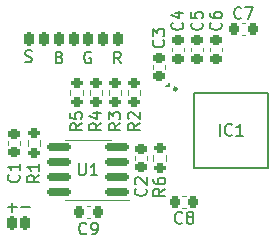
<source format=gto>
%TF.GenerationSoftware,KiCad,Pcbnew,7.0.5*%
%TF.CreationDate,2023-07-18T06:36:39-05:00*%
%TF.ProjectId,pu-23_VDAC_reloc,70752d32-335f-4564-9441-435f72656c6f,rev?*%
%TF.SameCoordinates,Original*%
%TF.FileFunction,Legend,Top*%
%TF.FilePolarity,Positive*%
%FSLAX46Y46*%
G04 Gerber Fmt 4.6, Leading zero omitted, Abs format (unit mm)*
G04 Created by KiCad (PCBNEW 7.0.5) date 2023-07-18 06:36:39*
%MOMM*%
%LPD*%
G01*
G04 APERTURE LIST*
G04 Aperture macros list*
%AMRoundRect*
0 Rectangle with rounded corners*
0 $1 Rounding radius*
0 $2 $3 $4 $5 $6 $7 $8 $9 X,Y pos of 4 corners*
0 Add a 4 corners polygon primitive as box body*
4,1,4,$2,$3,$4,$5,$6,$7,$8,$9,$2,$3,0*
0 Add four circle primitives for the rounded corners*
1,1,$1+$1,$2,$3*
1,1,$1+$1,$4,$5*
1,1,$1+$1,$6,$7*
1,1,$1+$1,$8,$9*
0 Add four rect primitives between the rounded corners*
20,1,$1+$1,$2,$3,$4,$5,0*
20,1,$1+$1,$4,$5,$6,$7,0*
20,1,$1+$1,$6,$7,$8,$9,0*
20,1,$1+$1,$8,$9,$2,$3,0*%
G04 Aperture macros list end*
%ADD10C,0.150000*%
%ADD11C,0.160000*%
%ADD12C,0.120000*%
%ADD13C,0.200000*%
%ADD14C,0.250000*%
%ADD15RoundRect,0.225000X0.225000X0.250000X-0.225000X0.250000X-0.225000X-0.250000X0.225000X-0.250000X0*%
%ADD16RoundRect,0.200000X-0.200000X-0.400000X0.200000X-0.400000X0.200000X0.400000X-0.200000X0.400000X0*%
%ADD17RoundRect,0.200000X0.275000X-0.200000X0.275000X0.200000X-0.275000X0.200000X-0.275000X-0.200000X0*%
%ADD18RoundRect,0.225000X-0.250000X0.225000X-0.250000X-0.225000X0.250000X-0.225000X0.250000X0.225000X0*%
%ADD19RoundRect,0.200000X-0.275000X0.200000X-0.275000X-0.200000X0.275000X-0.200000X0.275000X0.200000X0*%
%ADD20RoundRect,0.200000X-0.400000X-0.200000X0.400000X-0.200000X0.400000X0.200000X-0.400000X0.200000X0*%
%ADD21R,1.475000X0.300000*%
%ADD22R,0.300000X1.475000*%
%ADD23RoundRect,0.225000X0.250000X-0.225000X0.250000X0.225000X-0.250000X0.225000X-0.250000X-0.225000X0*%
%ADD24RoundRect,0.150000X0.825000X0.150000X-0.825000X0.150000X-0.825000X-0.150000X0.825000X-0.150000X0*%
%ADD25RoundRect,0.225000X-0.225000X-0.250000X0.225000X-0.250000X0.225000X0.250000X-0.225000X0.250000X0*%
G04 APERTURE END LIST*
D10*
X120850000Y-70300000D02*
X120850000Y-70560000D01*
X120650000Y-70550000D02*
X120850000Y-70550000D01*
D11*
X126993333Y-64799060D02*
X126945714Y-64846680D01*
X126945714Y-64846680D02*
X126802857Y-64894299D01*
X126802857Y-64894299D02*
X126707619Y-64894299D01*
X126707619Y-64894299D02*
X126564762Y-64846680D01*
X126564762Y-64846680D02*
X126469524Y-64751441D01*
X126469524Y-64751441D02*
X126421905Y-64656203D01*
X126421905Y-64656203D02*
X126374286Y-64465727D01*
X126374286Y-64465727D02*
X126374286Y-64322870D01*
X126374286Y-64322870D02*
X126421905Y-64132394D01*
X126421905Y-64132394D02*
X126469524Y-64037156D01*
X126469524Y-64037156D02*
X126564762Y-63941918D01*
X126564762Y-63941918D02*
X126707619Y-63894299D01*
X126707619Y-63894299D02*
X126802857Y-63894299D01*
X126802857Y-63894299D02*
X126945714Y-63941918D01*
X126945714Y-63941918D02*
X126993333Y-63989537D01*
X127326667Y-63894299D02*
X127993333Y-63894299D01*
X127993333Y-63894299D02*
X127564762Y-64894299D01*
X114246641Y-67716918D02*
X114151403Y-67669299D01*
X114151403Y-67669299D02*
X114008546Y-67669299D01*
X114008546Y-67669299D02*
X113865689Y-67716918D01*
X113865689Y-67716918D02*
X113770451Y-67812156D01*
X113770451Y-67812156D02*
X113722832Y-67907394D01*
X113722832Y-67907394D02*
X113675213Y-68097870D01*
X113675213Y-68097870D02*
X113675213Y-68240727D01*
X113675213Y-68240727D02*
X113722832Y-68431203D01*
X113722832Y-68431203D02*
X113770451Y-68526441D01*
X113770451Y-68526441D02*
X113865689Y-68621680D01*
X113865689Y-68621680D02*
X114008546Y-68669299D01*
X114008546Y-68669299D02*
X114103784Y-68669299D01*
X114103784Y-68669299D02*
X114246641Y-68621680D01*
X114246641Y-68621680D02*
X114294260Y-68574060D01*
X114294260Y-68574060D02*
X114294260Y-68240727D01*
X114294260Y-68240727D02*
X114103784Y-68240727D01*
X116794260Y-68669299D02*
X116460927Y-68193108D01*
X116222832Y-68669299D02*
X116222832Y-67669299D01*
X116222832Y-67669299D02*
X116603784Y-67669299D01*
X116603784Y-67669299D02*
X116699022Y-67716918D01*
X116699022Y-67716918D02*
X116746641Y-67764537D01*
X116746641Y-67764537D02*
X116794260Y-67859775D01*
X116794260Y-67859775D02*
X116794260Y-68002632D01*
X116794260Y-68002632D02*
X116746641Y-68097870D01*
X116746641Y-68097870D02*
X116699022Y-68145489D01*
X116699022Y-68145489D02*
X116603784Y-68193108D01*
X116603784Y-68193108D02*
X116222832Y-68193108D01*
X108692832Y-68521680D02*
X108835689Y-68569299D01*
X108835689Y-68569299D02*
X109073784Y-68569299D01*
X109073784Y-68569299D02*
X109169022Y-68521680D01*
X109169022Y-68521680D02*
X109216641Y-68474060D01*
X109216641Y-68474060D02*
X109264260Y-68378822D01*
X109264260Y-68378822D02*
X109264260Y-68283584D01*
X109264260Y-68283584D02*
X109216641Y-68188346D01*
X109216641Y-68188346D02*
X109169022Y-68140727D01*
X109169022Y-68140727D02*
X109073784Y-68093108D01*
X109073784Y-68093108D02*
X108883308Y-68045489D01*
X108883308Y-68045489D02*
X108788070Y-67997870D01*
X108788070Y-67997870D02*
X108740451Y-67950251D01*
X108740451Y-67950251D02*
X108692832Y-67855013D01*
X108692832Y-67855013D02*
X108692832Y-67759775D01*
X108692832Y-67759775D02*
X108740451Y-67664537D01*
X108740451Y-67664537D02*
X108788070Y-67616918D01*
X108788070Y-67616918D02*
X108883308Y-67569299D01*
X108883308Y-67569299D02*
X109121403Y-67569299D01*
X109121403Y-67569299D02*
X109264260Y-67616918D01*
X111606165Y-68145489D02*
X111749022Y-68193108D01*
X111749022Y-68193108D02*
X111796641Y-68240727D01*
X111796641Y-68240727D02*
X111844260Y-68335965D01*
X111844260Y-68335965D02*
X111844260Y-68478822D01*
X111844260Y-68478822D02*
X111796641Y-68574060D01*
X111796641Y-68574060D02*
X111749022Y-68621680D01*
X111749022Y-68621680D02*
X111653784Y-68669299D01*
X111653784Y-68669299D02*
X111272832Y-68669299D01*
X111272832Y-68669299D02*
X111272832Y-67669299D01*
X111272832Y-67669299D02*
X111606165Y-67669299D01*
X111606165Y-67669299D02*
X111701403Y-67716918D01*
X111701403Y-67716918D02*
X111749022Y-67764537D01*
X111749022Y-67764537D02*
X111796641Y-67859775D01*
X111796641Y-67859775D02*
X111796641Y-67955013D01*
X111796641Y-67955013D02*
X111749022Y-68050251D01*
X111749022Y-68050251D02*
X111701403Y-68097870D01*
X111701403Y-68097870D02*
X111606165Y-68145489D01*
X111606165Y-68145489D02*
X111272832Y-68145489D01*
X108293358Y-80868346D02*
X109055263Y-80868346D01*
X107193358Y-80868346D02*
X107955263Y-80868346D01*
X107574310Y-81249299D02*
X107574310Y-80487394D01*
X120534299Y-79296666D02*
X120058108Y-79629999D01*
X120534299Y-79868094D02*
X119534299Y-79868094D01*
X119534299Y-79868094D02*
X119534299Y-79487142D01*
X119534299Y-79487142D02*
X119581918Y-79391904D01*
X119581918Y-79391904D02*
X119629537Y-79344285D01*
X119629537Y-79344285D02*
X119724775Y-79296666D01*
X119724775Y-79296666D02*
X119867632Y-79296666D01*
X119867632Y-79296666D02*
X119962870Y-79344285D01*
X119962870Y-79344285D02*
X120010489Y-79391904D01*
X120010489Y-79391904D02*
X120058108Y-79487142D01*
X120058108Y-79487142D02*
X120058108Y-79868094D01*
X119534299Y-78439523D02*
X119534299Y-78629999D01*
X119534299Y-78629999D02*
X119581918Y-78725237D01*
X119581918Y-78725237D02*
X119629537Y-78772856D01*
X119629537Y-78772856D02*
X119772394Y-78868094D01*
X119772394Y-78868094D02*
X119962870Y-78915713D01*
X119962870Y-78915713D02*
X120343822Y-78915713D01*
X120343822Y-78915713D02*
X120439060Y-78868094D01*
X120439060Y-78868094D02*
X120486680Y-78820475D01*
X120486680Y-78820475D02*
X120534299Y-78725237D01*
X120534299Y-78725237D02*
X120534299Y-78534761D01*
X120534299Y-78534761D02*
X120486680Y-78439523D01*
X120486680Y-78439523D02*
X120439060Y-78391904D01*
X120439060Y-78391904D02*
X120343822Y-78344285D01*
X120343822Y-78344285D02*
X120105727Y-78344285D01*
X120105727Y-78344285D02*
X120010489Y-78391904D01*
X120010489Y-78391904D02*
X119962870Y-78439523D01*
X119962870Y-78439523D02*
X119915251Y-78534761D01*
X119915251Y-78534761D02*
X119915251Y-78725237D01*
X119915251Y-78725237D02*
X119962870Y-78820475D01*
X119962870Y-78820475D02*
X120010489Y-78868094D01*
X120010489Y-78868094D02*
X120105727Y-78915713D01*
X113878333Y-83049060D02*
X113830714Y-83096680D01*
X113830714Y-83096680D02*
X113687857Y-83144299D01*
X113687857Y-83144299D02*
X113592619Y-83144299D01*
X113592619Y-83144299D02*
X113449762Y-83096680D01*
X113449762Y-83096680D02*
X113354524Y-83001441D01*
X113354524Y-83001441D02*
X113306905Y-82906203D01*
X113306905Y-82906203D02*
X113259286Y-82715727D01*
X113259286Y-82715727D02*
X113259286Y-82572870D01*
X113259286Y-82572870D02*
X113306905Y-82382394D01*
X113306905Y-82382394D02*
X113354524Y-82287156D01*
X113354524Y-82287156D02*
X113449762Y-82191918D01*
X113449762Y-82191918D02*
X113592619Y-82144299D01*
X113592619Y-82144299D02*
X113687857Y-82144299D01*
X113687857Y-82144299D02*
X113830714Y-82191918D01*
X113830714Y-82191918D02*
X113878333Y-82239537D01*
X114354524Y-83144299D02*
X114545000Y-83144299D01*
X114545000Y-83144299D02*
X114640238Y-83096680D01*
X114640238Y-83096680D02*
X114687857Y-83049060D01*
X114687857Y-83049060D02*
X114783095Y-82906203D01*
X114783095Y-82906203D02*
X114830714Y-82715727D01*
X114830714Y-82715727D02*
X114830714Y-82334775D01*
X114830714Y-82334775D02*
X114783095Y-82239537D01*
X114783095Y-82239537D02*
X114735476Y-82191918D01*
X114735476Y-82191918D02*
X114640238Y-82144299D01*
X114640238Y-82144299D02*
X114449762Y-82144299D01*
X114449762Y-82144299D02*
X114354524Y-82191918D01*
X114354524Y-82191918D02*
X114306905Y-82239537D01*
X114306905Y-82239537D02*
X114259286Y-82334775D01*
X114259286Y-82334775D02*
X114259286Y-82572870D01*
X114259286Y-82572870D02*
X114306905Y-82668108D01*
X114306905Y-82668108D02*
X114354524Y-82715727D01*
X114354524Y-82715727D02*
X114449762Y-82763346D01*
X114449762Y-82763346D02*
X114640238Y-82763346D01*
X114640238Y-82763346D02*
X114735476Y-82715727D01*
X114735476Y-82715727D02*
X114783095Y-82668108D01*
X114783095Y-82668108D02*
X114830714Y-82572870D01*
X123629060Y-65231666D02*
X123676680Y-65279285D01*
X123676680Y-65279285D02*
X123724299Y-65422142D01*
X123724299Y-65422142D02*
X123724299Y-65517380D01*
X123724299Y-65517380D02*
X123676680Y-65660237D01*
X123676680Y-65660237D02*
X123581441Y-65755475D01*
X123581441Y-65755475D02*
X123486203Y-65803094D01*
X123486203Y-65803094D02*
X123295727Y-65850713D01*
X123295727Y-65850713D02*
X123152870Y-65850713D01*
X123152870Y-65850713D02*
X122962394Y-65803094D01*
X122962394Y-65803094D02*
X122867156Y-65755475D01*
X122867156Y-65755475D02*
X122771918Y-65660237D01*
X122771918Y-65660237D02*
X122724299Y-65517380D01*
X122724299Y-65517380D02*
X122724299Y-65422142D01*
X122724299Y-65422142D02*
X122771918Y-65279285D01*
X122771918Y-65279285D02*
X122819537Y-65231666D01*
X122724299Y-64326904D02*
X122724299Y-64803094D01*
X122724299Y-64803094D02*
X123200489Y-64850713D01*
X123200489Y-64850713D02*
X123152870Y-64803094D01*
X123152870Y-64803094D02*
X123105251Y-64707856D01*
X123105251Y-64707856D02*
X123105251Y-64469761D01*
X123105251Y-64469761D02*
X123152870Y-64374523D01*
X123152870Y-64374523D02*
X123200489Y-64326904D01*
X123200489Y-64326904D02*
X123295727Y-64279285D01*
X123295727Y-64279285D02*
X123533822Y-64279285D01*
X123533822Y-64279285D02*
X123629060Y-64326904D01*
X123629060Y-64326904D02*
X123676680Y-64374523D01*
X123676680Y-64374523D02*
X123724299Y-64469761D01*
X123724299Y-64469761D02*
X123724299Y-64707856D01*
X123724299Y-64707856D02*
X123676680Y-64803094D01*
X123676680Y-64803094D02*
X123629060Y-64850713D01*
X118374299Y-73739999D02*
X117898108Y-74073332D01*
X118374299Y-74311427D02*
X117374299Y-74311427D01*
X117374299Y-74311427D02*
X117374299Y-73930475D01*
X117374299Y-73930475D02*
X117421918Y-73835237D01*
X117421918Y-73835237D02*
X117469537Y-73787618D01*
X117469537Y-73787618D02*
X117564775Y-73739999D01*
X117564775Y-73739999D02*
X117707632Y-73739999D01*
X117707632Y-73739999D02*
X117802870Y-73787618D01*
X117802870Y-73787618D02*
X117850489Y-73835237D01*
X117850489Y-73835237D02*
X117898108Y-73930475D01*
X117898108Y-73930475D02*
X117898108Y-74311427D01*
X117469537Y-73359046D02*
X117421918Y-73311427D01*
X117421918Y-73311427D02*
X117374299Y-73216189D01*
X117374299Y-73216189D02*
X117374299Y-72978094D01*
X117374299Y-72978094D02*
X117421918Y-72882856D01*
X117421918Y-72882856D02*
X117469537Y-72835237D01*
X117469537Y-72835237D02*
X117564775Y-72787618D01*
X117564775Y-72787618D02*
X117660013Y-72787618D01*
X117660013Y-72787618D02*
X117802870Y-72835237D01*
X117802870Y-72835237D02*
X118374299Y-73406665D01*
X118374299Y-73406665D02*
X118374299Y-72787618D01*
X125143810Y-74794299D02*
X125143810Y-73794299D01*
X126191428Y-74699060D02*
X126143809Y-74746680D01*
X126143809Y-74746680D02*
X126000952Y-74794299D01*
X126000952Y-74794299D02*
X125905714Y-74794299D01*
X125905714Y-74794299D02*
X125762857Y-74746680D01*
X125762857Y-74746680D02*
X125667619Y-74651441D01*
X125667619Y-74651441D02*
X125620000Y-74556203D01*
X125620000Y-74556203D02*
X125572381Y-74365727D01*
X125572381Y-74365727D02*
X125572381Y-74222870D01*
X125572381Y-74222870D02*
X125620000Y-74032394D01*
X125620000Y-74032394D02*
X125667619Y-73937156D01*
X125667619Y-73937156D02*
X125762857Y-73841918D01*
X125762857Y-73841918D02*
X125905714Y-73794299D01*
X125905714Y-73794299D02*
X126000952Y-73794299D01*
X126000952Y-73794299D02*
X126143809Y-73841918D01*
X126143809Y-73841918D02*
X126191428Y-73889537D01*
X127143809Y-74794299D02*
X126572381Y-74794299D01*
X126858095Y-74794299D02*
X126858095Y-73794299D01*
X126858095Y-73794299D02*
X126762857Y-73937156D01*
X126762857Y-73937156D02*
X126667619Y-74032394D01*
X126667619Y-74032394D02*
X126572381Y-74080013D01*
X115124299Y-73731666D02*
X114648108Y-74064999D01*
X115124299Y-74303094D02*
X114124299Y-74303094D01*
X114124299Y-74303094D02*
X114124299Y-73922142D01*
X114124299Y-73922142D02*
X114171918Y-73826904D01*
X114171918Y-73826904D02*
X114219537Y-73779285D01*
X114219537Y-73779285D02*
X114314775Y-73731666D01*
X114314775Y-73731666D02*
X114457632Y-73731666D01*
X114457632Y-73731666D02*
X114552870Y-73779285D01*
X114552870Y-73779285D02*
X114600489Y-73826904D01*
X114600489Y-73826904D02*
X114648108Y-73922142D01*
X114648108Y-73922142D02*
X114648108Y-74303094D01*
X114457632Y-72874523D02*
X115124299Y-72874523D01*
X114076680Y-73112618D02*
X114790965Y-73350713D01*
X114790965Y-73350713D02*
X114790965Y-72731666D01*
X118879060Y-79281666D02*
X118926680Y-79329285D01*
X118926680Y-79329285D02*
X118974299Y-79472142D01*
X118974299Y-79472142D02*
X118974299Y-79567380D01*
X118974299Y-79567380D02*
X118926680Y-79710237D01*
X118926680Y-79710237D02*
X118831441Y-79805475D01*
X118831441Y-79805475D02*
X118736203Y-79853094D01*
X118736203Y-79853094D02*
X118545727Y-79900713D01*
X118545727Y-79900713D02*
X118402870Y-79900713D01*
X118402870Y-79900713D02*
X118212394Y-79853094D01*
X118212394Y-79853094D02*
X118117156Y-79805475D01*
X118117156Y-79805475D02*
X118021918Y-79710237D01*
X118021918Y-79710237D02*
X117974299Y-79567380D01*
X117974299Y-79567380D02*
X117974299Y-79472142D01*
X117974299Y-79472142D02*
X118021918Y-79329285D01*
X118021918Y-79329285D02*
X118069537Y-79281666D01*
X118069537Y-78900713D02*
X118021918Y-78853094D01*
X118021918Y-78853094D02*
X117974299Y-78757856D01*
X117974299Y-78757856D02*
X117974299Y-78519761D01*
X117974299Y-78519761D02*
X118021918Y-78424523D01*
X118021918Y-78424523D02*
X118069537Y-78376904D01*
X118069537Y-78376904D02*
X118164775Y-78329285D01*
X118164775Y-78329285D02*
X118260013Y-78329285D01*
X118260013Y-78329285D02*
X118402870Y-78376904D01*
X118402870Y-78376904D02*
X118974299Y-78948332D01*
X118974299Y-78948332D02*
X118974299Y-78329285D01*
X108129060Y-78106666D02*
X108176680Y-78154285D01*
X108176680Y-78154285D02*
X108224299Y-78297142D01*
X108224299Y-78297142D02*
X108224299Y-78392380D01*
X108224299Y-78392380D02*
X108176680Y-78535237D01*
X108176680Y-78535237D02*
X108081441Y-78630475D01*
X108081441Y-78630475D02*
X107986203Y-78678094D01*
X107986203Y-78678094D02*
X107795727Y-78725713D01*
X107795727Y-78725713D02*
X107652870Y-78725713D01*
X107652870Y-78725713D02*
X107462394Y-78678094D01*
X107462394Y-78678094D02*
X107367156Y-78630475D01*
X107367156Y-78630475D02*
X107271918Y-78535237D01*
X107271918Y-78535237D02*
X107224299Y-78392380D01*
X107224299Y-78392380D02*
X107224299Y-78297142D01*
X107224299Y-78297142D02*
X107271918Y-78154285D01*
X107271918Y-78154285D02*
X107319537Y-78106666D01*
X108224299Y-77154285D02*
X108224299Y-77725713D01*
X108224299Y-77439999D02*
X107224299Y-77439999D01*
X107224299Y-77439999D02*
X107367156Y-77535237D01*
X107367156Y-77535237D02*
X107462394Y-77630475D01*
X107462394Y-77630475D02*
X107510013Y-77725713D01*
X113233095Y-77144299D02*
X113233095Y-77953822D01*
X113233095Y-77953822D02*
X113280714Y-78049060D01*
X113280714Y-78049060D02*
X113328333Y-78096680D01*
X113328333Y-78096680D02*
X113423571Y-78144299D01*
X113423571Y-78144299D02*
X113614047Y-78144299D01*
X113614047Y-78144299D02*
X113709285Y-78096680D01*
X113709285Y-78096680D02*
X113756904Y-78049060D01*
X113756904Y-78049060D02*
X113804523Y-77953822D01*
X113804523Y-77953822D02*
X113804523Y-77144299D01*
X114804523Y-78144299D02*
X114233095Y-78144299D01*
X114518809Y-78144299D02*
X114518809Y-77144299D01*
X114518809Y-77144299D02*
X114423571Y-77287156D01*
X114423571Y-77287156D02*
X114328333Y-77382394D01*
X114328333Y-77382394D02*
X114233095Y-77430013D01*
X116749299Y-73748332D02*
X116273108Y-74081665D01*
X116749299Y-74319760D02*
X115749299Y-74319760D01*
X115749299Y-74319760D02*
X115749299Y-73938808D01*
X115749299Y-73938808D02*
X115796918Y-73843570D01*
X115796918Y-73843570D02*
X115844537Y-73795951D01*
X115844537Y-73795951D02*
X115939775Y-73748332D01*
X115939775Y-73748332D02*
X116082632Y-73748332D01*
X116082632Y-73748332D02*
X116177870Y-73795951D01*
X116177870Y-73795951D02*
X116225489Y-73843570D01*
X116225489Y-73843570D02*
X116273108Y-73938808D01*
X116273108Y-73938808D02*
X116273108Y-74319760D01*
X115749299Y-73414998D02*
X115749299Y-72795951D01*
X115749299Y-72795951D02*
X116130251Y-73129284D01*
X116130251Y-73129284D02*
X116130251Y-72986427D01*
X116130251Y-72986427D02*
X116177870Y-72891189D01*
X116177870Y-72891189D02*
X116225489Y-72843570D01*
X116225489Y-72843570D02*
X116320727Y-72795951D01*
X116320727Y-72795951D02*
X116558822Y-72795951D01*
X116558822Y-72795951D02*
X116654060Y-72843570D01*
X116654060Y-72843570D02*
X116701680Y-72891189D01*
X116701680Y-72891189D02*
X116749299Y-72986427D01*
X116749299Y-72986427D02*
X116749299Y-73272141D01*
X116749299Y-73272141D02*
X116701680Y-73367379D01*
X116701680Y-73367379D02*
X116654060Y-73414998D01*
X121979060Y-65231666D02*
X122026680Y-65279285D01*
X122026680Y-65279285D02*
X122074299Y-65422142D01*
X122074299Y-65422142D02*
X122074299Y-65517380D01*
X122074299Y-65517380D02*
X122026680Y-65660237D01*
X122026680Y-65660237D02*
X121931441Y-65755475D01*
X121931441Y-65755475D02*
X121836203Y-65803094D01*
X121836203Y-65803094D02*
X121645727Y-65850713D01*
X121645727Y-65850713D02*
X121502870Y-65850713D01*
X121502870Y-65850713D02*
X121312394Y-65803094D01*
X121312394Y-65803094D02*
X121217156Y-65755475D01*
X121217156Y-65755475D02*
X121121918Y-65660237D01*
X121121918Y-65660237D02*
X121074299Y-65517380D01*
X121074299Y-65517380D02*
X121074299Y-65422142D01*
X121074299Y-65422142D02*
X121121918Y-65279285D01*
X121121918Y-65279285D02*
X121169537Y-65231666D01*
X121407632Y-64374523D02*
X122074299Y-64374523D01*
X121026680Y-64612618D02*
X121740965Y-64850713D01*
X121740965Y-64850713D02*
X121740965Y-64231666D01*
X121973333Y-82149060D02*
X121925714Y-82196680D01*
X121925714Y-82196680D02*
X121782857Y-82244299D01*
X121782857Y-82244299D02*
X121687619Y-82244299D01*
X121687619Y-82244299D02*
X121544762Y-82196680D01*
X121544762Y-82196680D02*
X121449524Y-82101441D01*
X121449524Y-82101441D02*
X121401905Y-82006203D01*
X121401905Y-82006203D02*
X121354286Y-81815727D01*
X121354286Y-81815727D02*
X121354286Y-81672870D01*
X121354286Y-81672870D02*
X121401905Y-81482394D01*
X121401905Y-81482394D02*
X121449524Y-81387156D01*
X121449524Y-81387156D02*
X121544762Y-81291918D01*
X121544762Y-81291918D02*
X121687619Y-81244299D01*
X121687619Y-81244299D02*
X121782857Y-81244299D01*
X121782857Y-81244299D02*
X121925714Y-81291918D01*
X121925714Y-81291918D02*
X121973333Y-81339537D01*
X122544762Y-81672870D02*
X122449524Y-81625251D01*
X122449524Y-81625251D02*
X122401905Y-81577632D01*
X122401905Y-81577632D02*
X122354286Y-81482394D01*
X122354286Y-81482394D02*
X122354286Y-81434775D01*
X122354286Y-81434775D02*
X122401905Y-81339537D01*
X122401905Y-81339537D02*
X122449524Y-81291918D01*
X122449524Y-81291918D02*
X122544762Y-81244299D01*
X122544762Y-81244299D02*
X122735238Y-81244299D01*
X122735238Y-81244299D02*
X122830476Y-81291918D01*
X122830476Y-81291918D02*
X122878095Y-81339537D01*
X122878095Y-81339537D02*
X122925714Y-81434775D01*
X122925714Y-81434775D02*
X122925714Y-81482394D01*
X122925714Y-81482394D02*
X122878095Y-81577632D01*
X122878095Y-81577632D02*
X122830476Y-81625251D01*
X122830476Y-81625251D02*
X122735238Y-81672870D01*
X122735238Y-81672870D02*
X122544762Y-81672870D01*
X122544762Y-81672870D02*
X122449524Y-81720489D01*
X122449524Y-81720489D02*
X122401905Y-81768108D01*
X122401905Y-81768108D02*
X122354286Y-81863346D01*
X122354286Y-81863346D02*
X122354286Y-82053822D01*
X122354286Y-82053822D02*
X122401905Y-82149060D01*
X122401905Y-82149060D02*
X122449524Y-82196680D01*
X122449524Y-82196680D02*
X122544762Y-82244299D01*
X122544762Y-82244299D02*
X122735238Y-82244299D01*
X122735238Y-82244299D02*
X122830476Y-82196680D01*
X122830476Y-82196680D02*
X122878095Y-82149060D01*
X122878095Y-82149060D02*
X122925714Y-82053822D01*
X122925714Y-82053822D02*
X122925714Y-81863346D01*
X122925714Y-81863346D02*
X122878095Y-81768108D01*
X122878095Y-81768108D02*
X122830476Y-81720489D01*
X122830476Y-81720489D02*
X122735238Y-81672870D01*
X113499299Y-73756665D02*
X113023108Y-74089998D01*
X113499299Y-74328093D02*
X112499299Y-74328093D01*
X112499299Y-74328093D02*
X112499299Y-73947141D01*
X112499299Y-73947141D02*
X112546918Y-73851903D01*
X112546918Y-73851903D02*
X112594537Y-73804284D01*
X112594537Y-73804284D02*
X112689775Y-73756665D01*
X112689775Y-73756665D02*
X112832632Y-73756665D01*
X112832632Y-73756665D02*
X112927870Y-73804284D01*
X112927870Y-73804284D02*
X112975489Y-73851903D01*
X112975489Y-73851903D02*
X113023108Y-73947141D01*
X113023108Y-73947141D02*
X113023108Y-74328093D01*
X112499299Y-72851903D02*
X112499299Y-73328093D01*
X112499299Y-73328093D02*
X112975489Y-73375712D01*
X112975489Y-73375712D02*
X112927870Y-73328093D01*
X112927870Y-73328093D02*
X112880251Y-73232855D01*
X112880251Y-73232855D02*
X112880251Y-72994760D01*
X112880251Y-72994760D02*
X112927870Y-72899522D01*
X112927870Y-72899522D02*
X112975489Y-72851903D01*
X112975489Y-72851903D02*
X113070727Y-72804284D01*
X113070727Y-72804284D02*
X113308822Y-72804284D01*
X113308822Y-72804284D02*
X113404060Y-72851903D01*
X113404060Y-72851903D02*
X113451680Y-72899522D01*
X113451680Y-72899522D02*
X113499299Y-72994760D01*
X113499299Y-72994760D02*
X113499299Y-73232855D01*
X113499299Y-73232855D02*
X113451680Y-73328093D01*
X113451680Y-73328093D02*
X113404060Y-73375712D01*
X109874299Y-78131666D02*
X109398108Y-78464999D01*
X109874299Y-78703094D02*
X108874299Y-78703094D01*
X108874299Y-78703094D02*
X108874299Y-78322142D01*
X108874299Y-78322142D02*
X108921918Y-78226904D01*
X108921918Y-78226904D02*
X108969537Y-78179285D01*
X108969537Y-78179285D02*
X109064775Y-78131666D01*
X109064775Y-78131666D02*
X109207632Y-78131666D01*
X109207632Y-78131666D02*
X109302870Y-78179285D01*
X109302870Y-78179285D02*
X109350489Y-78226904D01*
X109350489Y-78226904D02*
X109398108Y-78322142D01*
X109398108Y-78322142D02*
X109398108Y-78703094D01*
X109874299Y-77179285D02*
X109874299Y-77750713D01*
X109874299Y-77464999D02*
X108874299Y-77464999D01*
X108874299Y-77464999D02*
X109017156Y-77560237D01*
X109017156Y-77560237D02*
X109112394Y-77655475D01*
X109112394Y-77655475D02*
X109160013Y-77750713D01*
X120379060Y-66706666D02*
X120426680Y-66754285D01*
X120426680Y-66754285D02*
X120474299Y-66897142D01*
X120474299Y-66897142D02*
X120474299Y-66992380D01*
X120474299Y-66992380D02*
X120426680Y-67135237D01*
X120426680Y-67135237D02*
X120331441Y-67230475D01*
X120331441Y-67230475D02*
X120236203Y-67278094D01*
X120236203Y-67278094D02*
X120045727Y-67325713D01*
X120045727Y-67325713D02*
X119902870Y-67325713D01*
X119902870Y-67325713D02*
X119712394Y-67278094D01*
X119712394Y-67278094D02*
X119617156Y-67230475D01*
X119617156Y-67230475D02*
X119521918Y-67135237D01*
X119521918Y-67135237D02*
X119474299Y-66992380D01*
X119474299Y-66992380D02*
X119474299Y-66897142D01*
X119474299Y-66897142D02*
X119521918Y-66754285D01*
X119521918Y-66754285D02*
X119569537Y-66706666D01*
X119474299Y-66373332D02*
X119474299Y-65754285D01*
X119474299Y-65754285D02*
X119855251Y-66087618D01*
X119855251Y-66087618D02*
X119855251Y-65944761D01*
X119855251Y-65944761D02*
X119902870Y-65849523D01*
X119902870Y-65849523D02*
X119950489Y-65801904D01*
X119950489Y-65801904D02*
X120045727Y-65754285D01*
X120045727Y-65754285D02*
X120283822Y-65754285D01*
X120283822Y-65754285D02*
X120379060Y-65801904D01*
X120379060Y-65801904D02*
X120426680Y-65849523D01*
X120426680Y-65849523D02*
X120474299Y-65944761D01*
X120474299Y-65944761D02*
X120474299Y-66230475D01*
X120474299Y-66230475D02*
X120426680Y-66325713D01*
X120426680Y-66325713D02*
X120379060Y-66373332D01*
X125229060Y-65231666D02*
X125276680Y-65279285D01*
X125276680Y-65279285D02*
X125324299Y-65422142D01*
X125324299Y-65422142D02*
X125324299Y-65517380D01*
X125324299Y-65517380D02*
X125276680Y-65660237D01*
X125276680Y-65660237D02*
X125181441Y-65755475D01*
X125181441Y-65755475D02*
X125086203Y-65803094D01*
X125086203Y-65803094D02*
X124895727Y-65850713D01*
X124895727Y-65850713D02*
X124752870Y-65850713D01*
X124752870Y-65850713D02*
X124562394Y-65803094D01*
X124562394Y-65803094D02*
X124467156Y-65755475D01*
X124467156Y-65755475D02*
X124371918Y-65660237D01*
X124371918Y-65660237D02*
X124324299Y-65517380D01*
X124324299Y-65517380D02*
X124324299Y-65422142D01*
X124324299Y-65422142D02*
X124371918Y-65279285D01*
X124371918Y-65279285D02*
X124419537Y-65231666D01*
X124324299Y-64374523D02*
X124324299Y-64564999D01*
X124324299Y-64564999D02*
X124371918Y-64660237D01*
X124371918Y-64660237D02*
X124419537Y-64707856D01*
X124419537Y-64707856D02*
X124562394Y-64803094D01*
X124562394Y-64803094D02*
X124752870Y-64850713D01*
X124752870Y-64850713D02*
X125133822Y-64850713D01*
X125133822Y-64850713D02*
X125229060Y-64803094D01*
X125229060Y-64803094D02*
X125276680Y-64755475D01*
X125276680Y-64755475D02*
X125324299Y-64660237D01*
X125324299Y-64660237D02*
X125324299Y-64469761D01*
X125324299Y-64469761D02*
X125276680Y-64374523D01*
X125276680Y-64374523D02*
X125229060Y-64326904D01*
X125229060Y-64326904D02*
X125133822Y-64279285D01*
X125133822Y-64279285D02*
X124895727Y-64279285D01*
X124895727Y-64279285D02*
X124800489Y-64326904D01*
X124800489Y-64326904D02*
X124752870Y-64374523D01*
X124752870Y-64374523D02*
X124705251Y-64469761D01*
X124705251Y-64469761D02*
X124705251Y-64660237D01*
X124705251Y-64660237D02*
X124752870Y-64755475D01*
X124752870Y-64755475D02*
X124800489Y-64803094D01*
X124800489Y-64803094D02*
X124895727Y-64850713D01*
D12*
X127300580Y-66300000D02*
X127019420Y-66300000D01*
X127300580Y-65280000D02*
X127019420Y-65280000D01*
X119547500Y-76927258D02*
X119547500Y-76452742D01*
X120592500Y-76927258D02*
X120592500Y-76452742D01*
X114185580Y-81775000D02*
X113904420Y-81775000D01*
X114185580Y-80755000D02*
X113904420Y-80755000D01*
X123755000Y-67349420D02*
X123755000Y-67630580D01*
X122735000Y-67349420D02*
X122735000Y-67630580D01*
X118442500Y-70902742D02*
X118442500Y-71377258D01*
X117397500Y-70902742D02*
X117397500Y-71377258D01*
D13*
X122970000Y-71190000D02*
X129270000Y-71190000D01*
X122970000Y-77490000D02*
X122970000Y-71190000D01*
X129270000Y-71190000D02*
X129270000Y-77490000D01*
X129270000Y-77490000D02*
X122970000Y-77490000D01*
D14*
X121520000Y-70840000D02*
G75*
G03*
X121520000Y-70840000I-125000J0D01*
G01*
D12*
X115192500Y-70902742D02*
X115192500Y-71377258D01*
X114147500Y-70902742D02*
X114147500Y-71377258D01*
X118010000Y-76830580D02*
X118010000Y-76549420D01*
X119030000Y-76830580D02*
X119030000Y-76549420D01*
X107260000Y-75550580D02*
X107260000Y-75269420D01*
X108280000Y-75550580D02*
X108280000Y-75269420D01*
X113995000Y-80250000D02*
X117445000Y-80250000D01*
X113995000Y-80250000D02*
X112045000Y-80250000D01*
X113995000Y-75130000D02*
X115945000Y-75130000D01*
X113995000Y-75130000D02*
X112045000Y-75130000D01*
X116817500Y-70902742D02*
X116817500Y-71377258D01*
X115772500Y-70902742D02*
X115772500Y-71377258D01*
X122130000Y-67349420D02*
X122130000Y-67630580D01*
X121110000Y-67349420D02*
X121110000Y-67630580D01*
X121999420Y-79880000D02*
X122280580Y-79880000D01*
X121999420Y-80900000D02*
X122280580Y-80900000D01*
X113567500Y-70902742D02*
X113567500Y-71377258D01*
X112522500Y-70902742D02*
X112522500Y-71377258D01*
X108897500Y-75652258D02*
X108897500Y-75177742D01*
X109942500Y-75652258D02*
X109942500Y-75177742D01*
X120530000Y-68824420D02*
X120530000Y-69105580D01*
X119510000Y-68824420D02*
X119510000Y-69105580D01*
X125380000Y-67349420D02*
X125380000Y-67630580D01*
X124360000Y-67349420D02*
X124360000Y-67630580D01*
%LPC*%
D15*
X127935000Y-65790000D03*
X126385000Y-65790000D03*
D16*
X116540000Y-66600000D03*
X115290000Y-66600000D03*
X114040000Y-66600000D03*
X112790000Y-66600000D03*
X111540000Y-66600000D03*
X110290000Y-66600000D03*
X109040000Y-66600000D03*
X107550000Y-82180000D03*
X108650000Y-82180000D03*
D17*
X120070000Y-77515000D03*
X120070000Y-75865000D03*
D15*
X114820000Y-81265000D03*
X113270000Y-81265000D03*
D18*
X123245000Y-66715000D03*
X123245000Y-68265000D03*
D19*
X117920000Y-70315000D03*
X117920000Y-71965000D03*
D20*
X134990000Y-59340000D03*
X134990000Y-60440000D03*
X134990000Y-61540000D03*
X134990000Y-62640000D03*
X134990000Y-63740000D03*
X134990000Y-64840000D03*
X134990000Y-65940000D03*
X134990000Y-67040000D03*
X134990000Y-68140000D03*
X134990000Y-69240000D03*
X134990000Y-70340000D03*
X134990000Y-71440000D03*
X134990000Y-72540000D03*
X134990000Y-73640000D03*
X134990000Y-74740000D03*
X134990000Y-75840000D03*
X134990000Y-76940000D03*
X134990000Y-78040000D03*
X134990000Y-79140000D03*
X134990000Y-80240000D03*
X134990000Y-81340000D03*
X134990000Y-82440000D03*
X134990000Y-83540000D03*
X134990000Y-84640000D03*
X134990000Y-85740000D03*
X134990000Y-86840000D03*
X134990000Y-87940000D03*
D21*
X121882000Y-71590000D03*
X121882000Y-72090000D03*
X121882000Y-72590000D03*
X121882000Y-73090000D03*
X121882000Y-73590000D03*
X121882000Y-74090000D03*
X121882000Y-74590000D03*
X121882000Y-75090000D03*
X121882000Y-75590000D03*
X121882000Y-76090000D03*
X121882000Y-76590000D03*
X121882000Y-77090000D03*
D22*
X123370000Y-78578000D03*
X123870000Y-78578000D03*
X124370000Y-78578000D03*
X124870000Y-78578000D03*
X125370000Y-78578000D03*
X125870000Y-78578000D03*
X126370000Y-78578000D03*
X126870000Y-78578000D03*
X127370000Y-78578000D03*
X127870000Y-78578000D03*
X128370000Y-78578000D03*
X128870000Y-78578000D03*
D21*
X130358000Y-77090000D03*
X130358000Y-76590000D03*
X130358000Y-76090000D03*
X130358000Y-75590000D03*
X130358000Y-75090000D03*
X130358000Y-74590000D03*
X130358000Y-74090000D03*
X130358000Y-73590000D03*
X130358000Y-73090000D03*
X130358000Y-72590000D03*
X130358000Y-72090000D03*
X130358000Y-71590000D03*
D22*
X128870000Y-70102000D03*
X128370000Y-70102000D03*
X127870000Y-70102000D03*
X127370000Y-70102000D03*
X126870000Y-70102000D03*
X126370000Y-70102000D03*
X125870000Y-70102000D03*
X125370000Y-70102000D03*
X124870000Y-70102000D03*
X124370000Y-70102000D03*
X123870000Y-70102000D03*
X123370000Y-70102000D03*
D19*
X114670000Y-70315000D03*
X114670000Y-71965000D03*
D23*
X118520000Y-77465000D03*
X118520000Y-75915000D03*
X107770000Y-76185000D03*
X107770000Y-74635000D03*
D24*
X116470000Y-79595000D03*
X116470000Y-78325000D03*
X116470000Y-77055000D03*
X116470000Y-75785000D03*
X111520000Y-75785000D03*
X111520000Y-77055000D03*
X111520000Y-78325000D03*
X111520000Y-79595000D03*
D19*
X116295000Y-70315000D03*
X116295000Y-71965000D03*
D18*
X121620000Y-66715000D03*
X121620000Y-68265000D03*
D25*
X121365000Y-80390000D03*
X122915000Y-80390000D03*
D19*
X113045000Y-70315000D03*
X113045000Y-71965000D03*
D17*
X109420000Y-76240000D03*
X109420000Y-74590000D03*
D18*
X120020000Y-68190000D03*
X120020000Y-69740000D03*
X124870000Y-66715000D03*
X124870000Y-68265000D03*
%LPD*%
M02*

</source>
